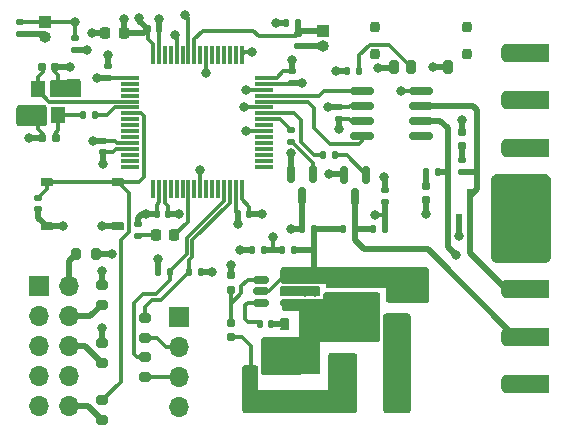
<source format=gbr>
%TF.GenerationSoftware,KiCad,Pcbnew,(6.0.8)*%
%TF.CreationDate,2022-10-31T19:22:44+01:00*%
%TF.ProjectId,stm_v3,73746d5f-7633-42e6-9b69-6361645f7063,rev?*%
%TF.SameCoordinates,Original*%
%TF.FileFunction,Copper,L1,Top*%
%TF.FilePolarity,Positive*%
%FSLAX46Y46*%
G04 Gerber Fmt 4.6, Leading zero omitted, Abs format (unit mm)*
G04 Created by KiCad (PCBNEW (6.0.8)) date 2022-10-31 19:22:44*
%MOMM*%
%LPD*%
G01*
G04 APERTURE LIST*
G04 Aperture macros list*
%AMRoundRect*
0 Rectangle with rounded corners*
0 $1 Rounding radius*
0 $2 $3 $4 $5 $6 $7 $8 $9 X,Y pos of 4 corners*
0 Add a 4 corners polygon primitive as box body*
4,1,4,$2,$3,$4,$5,$6,$7,$8,$9,$2,$3,0*
0 Add four circle primitives for the rounded corners*
1,1,$1+$1,$2,$3*
1,1,$1+$1,$4,$5*
1,1,$1+$1,$6,$7*
1,1,$1+$1,$8,$9*
0 Add four rect primitives between the rounded corners*
20,1,$1+$1,$2,$3,$4,$5,0*
20,1,$1+$1,$4,$5,$6,$7,0*
20,1,$1+$1,$6,$7,$8,$9,0*
20,1,$1+$1,$8,$9,$2,$3,0*%
%AMFreePoly0*
4,1,15,-0.750000,1.625000,-0.734371,1.732133,-0.680293,1.842764,-0.593296,1.929913,-0.482760,1.984183,-0.375000,2.000000,0.375000,2.000000,0.482133,1.984371,0.592764,1.930293,0.679913,1.843296,0.734183,1.732760,0.750000,1.625000,0.750000,-2.000000,-0.750000,-2.000000,-0.750000,1.625000,-0.750000,1.625000,$1*%
G04 Aperture macros list end*
%TA.AperFunction,SMDPad,CuDef*%
%ADD10RoundRect,0.112500X0.387500X0.262500X-0.387500X0.262500X-0.387500X-0.262500X0.387500X-0.262500X0*%
%TD*%
%TA.AperFunction,SMDPad,CuDef*%
%ADD11RoundRect,0.140000X0.140000X0.170000X-0.140000X0.170000X-0.140000X-0.170000X0.140000X-0.170000X0*%
%TD*%
%TA.AperFunction,SMDPad,CuDef*%
%ADD12RoundRect,0.155000X-0.212500X-0.155000X0.212500X-0.155000X0.212500X0.155000X-0.212500X0.155000X0*%
%TD*%
%TA.AperFunction,ComponentPad*%
%ADD13R,1.000000X1.000000*%
%TD*%
%TA.AperFunction,ComponentPad*%
%ADD14O,1.000000X1.000000*%
%TD*%
%TA.AperFunction,SMDPad,CuDef*%
%ADD15RoundRect,0.200000X-0.200000X-0.275000X0.200000X-0.275000X0.200000X0.275000X-0.200000X0.275000X0*%
%TD*%
%TA.AperFunction,SMDPad,CuDef*%
%ADD16R,1.200000X1.400000*%
%TD*%
%TA.AperFunction,SMDPad,CuDef*%
%ADD17RoundRect,0.155000X0.212500X0.155000X-0.212500X0.155000X-0.212500X-0.155000X0.212500X-0.155000X0*%
%TD*%
%TA.AperFunction,SMDPad,CuDef*%
%ADD18RoundRect,0.140000X-0.140000X-0.170000X0.140000X-0.170000X0.140000X0.170000X-0.140000X0.170000X0*%
%TD*%
%TA.AperFunction,SMDPad,CuDef*%
%ADD19RoundRect,0.218750X-0.218750X-0.256250X0.218750X-0.256250X0.218750X0.256250X-0.218750X0.256250X0*%
%TD*%
%TA.AperFunction,SMDPad,CuDef*%
%ADD20RoundRect,0.135000X0.135000X0.185000X-0.135000X0.185000X-0.135000X-0.185000X0.135000X-0.185000X0*%
%TD*%
%TA.AperFunction,SMDPad,CuDef*%
%ADD21RoundRect,0.140000X0.170000X-0.140000X0.170000X0.140000X-0.170000X0.140000X-0.170000X-0.140000X0*%
%TD*%
%TA.AperFunction,SMDPad,CuDef*%
%ADD22RoundRect,0.140000X-0.170000X0.140000X-0.170000X-0.140000X0.170000X-0.140000X0.170000X0.140000X0*%
%TD*%
%TA.AperFunction,SMDPad,CuDef*%
%ADD23RoundRect,0.225000X0.225000X0.250000X-0.225000X0.250000X-0.225000X-0.250000X0.225000X-0.250000X0*%
%TD*%
%TA.AperFunction,SMDPad,CuDef*%
%ADD24RoundRect,0.135000X-0.135000X-0.185000X0.135000X-0.185000X0.135000X0.185000X-0.135000X0.185000X0*%
%TD*%
%TA.AperFunction,ConnectorPad*%
%ADD25FreePoly0,90.000000*%
%TD*%
%TA.AperFunction,SMDPad,CuDef*%
%ADD26RoundRect,0.200000X0.275000X-0.200000X0.275000X0.200000X-0.275000X0.200000X-0.275000X-0.200000X0*%
%TD*%
%TA.AperFunction,SMDPad,CuDef*%
%ADD27RoundRect,0.135000X0.185000X-0.135000X0.185000X0.135000X-0.185000X0.135000X-0.185000X-0.135000X0*%
%TD*%
%TA.AperFunction,SMDPad,CuDef*%
%ADD28RoundRect,0.155000X0.155000X-0.212500X0.155000X0.212500X-0.155000X0.212500X-0.155000X-0.212500X0*%
%TD*%
%TA.AperFunction,SMDPad,CuDef*%
%ADD29RoundRect,0.250000X0.650000X-0.325000X0.650000X0.325000X-0.650000X0.325000X-0.650000X-0.325000X0*%
%TD*%
%TA.AperFunction,SMDPad,CuDef*%
%ADD30RoundRect,0.135000X-0.185000X0.135000X-0.185000X-0.135000X0.185000X-0.135000X0.185000X0.135000X0*%
%TD*%
%TA.AperFunction,SMDPad,CuDef*%
%ADD31RoundRect,0.525000X-0.525000X-2.025000X0.525000X-2.025000X0.525000X2.025000X-0.525000X2.025000X0*%
%TD*%
%TA.AperFunction,SMDPad,CuDef*%
%ADD32RoundRect,0.075000X-0.700000X-0.075000X0.700000X-0.075000X0.700000X0.075000X-0.700000X0.075000X0*%
%TD*%
%TA.AperFunction,SMDPad,CuDef*%
%ADD33RoundRect,0.075000X-0.075000X-0.700000X0.075000X-0.700000X0.075000X0.700000X-0.075000X0.700000X0*%
%TD*%
%TA.AperFunction,SMDPad,CuDef*%
%ADD34RoundRect,0.200000X0.200000X0.250000X-0.200000X0.250000X-0.200000X-0.250000X0.200000X-0.250000X0*%
%TD*%
%TA.AperFunction,SMDPad,CuDef*%
%ADD35RoundRect,0.200000X0.200000X0.375000X-0.200000X0.375000X-0.200000X-0.375000X0.200000X-0.375000X0*%
%TD*%
%TA.AperFunction,ComponentPad*%
%ADD36R,1.700000X1.700000*%
%TD*%
%TA.AperFunction,ComponentPad*%
%ADD37O,1.700000X1.700000*%
%TD*%
%TA.AperFunction,SMDPad,CuDef*%
%ADD38RoundRect,0.225000X-0.250000X0.225000X-0.250000X-0.225000X0.250000X-0.225000X0.250000X0.225000X0*%
%TD*%
%TA.AperFunction,SMDPad,CuDef*%
%ADD39RoundRect,0.150000X-0.150000X0.587500X-0.150000X-0.587500X0.150000X-0.587500X0.150000X0.587500X0*%
%TD*%
%TA.AperFunction,SMDPad,CuDef*%
%ADD40RoundRect,0.155000X-0.155000X0.212500X-0.155000X-0.212500X0.155000X-0.212500X0.155000X0.212500X0*%
%TD*%
%TA.AperFunction,SMDPad,CuDef*%
%ADD41RoundRect,0.200000X-0.275000X0.200000X-0.275000X-0.200000X0.275000X-0.200000X0.275000X0.200000X0*%
%TD*%
%TA.AperFunction,SMDPad,CuDef*%
%ADD42RoundRect,0.150000X0.512500X0.150000X-0.512500X0.150000X-0.512500X-0.150000X0.512500X-0.150000X0*%
%TD*%
%TA.AperFunction,SMDPad,CuDef*%
%ADD43RoundRect,0.160000X0.160000X-0.197500X0.160000X0.197500X-0.160000X0.197500X-0.160000X-0.197500X0*%
%TD*%
%TA.AperFunction,SMDPad,CuDef*%
%ADD44R,0.600000X1.300000*%
%TD*%
%TA.AperFunction,SMDPad,CuDef*%
%ADD45RoundRect,0.150000X-0.825000X-0.150000X0.825000X-0.150000X0.825000X0.150000X-0.825000X0.150000X0*%
%TD*%
%TA.AperFunction,ViaPad*%
%ADD46C,0.800000*%
%TD*%
%TA.AperFunction,Conductor*%
%ADD47C,0.500000*%
%TD*%
%TA.AperFunction,Conductor*%
%ADD48C,0.300000*%
%TD*%
G04 APERTURE END LIST*
D10*
%TO.P,SW1,1,1*%
%TO.N,GND*%
X140580000Y-86975000D03*
X146580000Y-86975000D03*
%TO.P,SW1,2,2*%
%TO.N,NRST*%
X146580000Y-83225000D03*
X140580000Y-83225000D03*
%TD*%
D11*
%TO.P,C3,1*%
%TO.N,+3.3V*%
X157697500Y-85905000D03*
%TO.P,C3,2*%
%TO.N,GND*%
X156737500Y-85905000D03*
%TD*%
D12*
%TO.P,C8,1*%
%TO.N,HSE_IN*%
X140140000Y-73505000D03*
%TO.P,C8,2*%
%TO.N,GND*%
X141275000Y-73505000D03*
%TD*%
D13*
%TO.P,SW3,1,1*%
%TO.N,LCD_BTN*%
X163945000Y-70400000D03*
D14*
%TO.P,SW3,2,2*%
%TO.N,GND*%
X163945000Y-71670000D03*
%TD*%
D15*
%TO.P,R7,1*%
%TO.N,/Connectors/SW_DIO*%
X143075000Y-89345000D03*
%TO.P,R7,2*%
%TO.N,SWDIO*%
X144725000Y-89345000D03*
%TD*%
D16*
%TO.P,Y1,1,1*%
%TO.N,HSE_IN*%
X139847500Y-75355000D03*
%TO.P,Y1,2,2*%
%TO.N,GND*%
X139847500Y-77555000D03*
%TO.P,Y1,3,3*%
%TO.N,/HSE_O*%
X141547500Y-77555000D03*
%TO.P,Y1,4,4*%
%TO.N,GND*%
X141547500Y-75355000D03*
%TD*%
D17*
%TO.P,C9,1*%
%TO.N,/HSE_O*%
X141325000Y-79505000D03*
%TO.P,C9,2*%
%TO.N,GND*%
X140190000Y-79505000D03*
%TD*%
D18*
%TO.P,C5,1*%
%TO.N,+3.3V*%
X149107500Y-70285000D03*
%TO.P,C5,2*%
%TO.N,GND*%
X150067500Y-70285000D03*
%TD*%
D19*
%TO.P,D2,1,K*%
%TO.N,Net-(D2-Pad1)*%
X149810000Y-87745000D03*
%TO.P,D2,2,A*%
%TO.N,LED*%
X151385000Y-87745000D03*
%TD*%
D20*
%TO.P,R22,1*%
%TO.N,+12V*%
X161540000Y-89015000D03*
%TO.P,R22,2*%
%TO.N,BAT_V*%
X160520000Y-89015000D03*
%TD*%
D21*
%TO.P,C21,1*%
%TO.N,GND*%
X138340000Y-70650000D03*
%TO.P,C21,2*%
%TO.N,MENU_BTN*%
X138340000Y-69690000D03*
%TD*%
D22*
%TO.P,C16,1*%
%TO.N,+12V*%
X164850000Y-91885000D03*
%TO.P,C16,2*%
%TO.N,GND*%
X164850000Y-92845000D03*
%TD*%
D23*
%TO.P,C1,1*%
%TO.N,+3.3V*%
X147085000Y-70570000D03*
%TO.P,C1,2*%
%TO.N,GND*%
X145535000Y-70570000D03*
%TD*%
D24*
%TO.P,R4,1*%
%TO.N,BOOT0*%
X166011298Y-73787611D03*
%TO.P,R4,2*%
%TO.N,/B_0*%
X167031298Y-73787611D03*
%TD*%
D25*
%TO.P,J3,1,NC*%
%TO.N,unconnected-(J3-Pad1)*%
X181050000Y-72300000D03*
%TO.P,J3,2,J1850_BUS+*%
%TO.N,unconnected-(J3-Pad2)*%
X181050000Y-76300000D03*
%TO.P,J3,3,NC*%
%TO.N,unconnected-(J3-Pad3)*%
X181050000Y-80300000D03*
%TO.P,J3,4,GND*%
%TO.N,GND*%
X181050000Y-84300000D03*
%TO.P,J3,5,GND*%
X181050000Y-88300000D03*
%TO.P,J3,6,CAN_H*%
%TO.N,CAN_H*%
X181050000Y-92300000D03*
%TO.P,J3,7,K_Line*%
%TO.N,ISO_K*%
X181050000Y-96300000D03*
%TO.P,J3,8,NC*%
%TO.N,unconnected-(J3-Pad8)*%
X181050000Y-100300000D03*
%TD*%
D26*
%TO.P,R8,1*%
%TO.N,/Connectors/SW_CLK*%
X145220000Y-93620000D03*
%TO.P,R8,2*%
%TO.N,SWCLK*%
X145220000Y-91970000D03*
%TD*%
D27*
%TO.P,R2,1*%
%TO.N,CAN_H*%
X175740000Y-82375000D03*
%TO.P,R2,2*%
%TO.N,Net-(C13-Pad1)*%
X175740000Y-81355000D03*
%TD*%
D21*
%TO.P,C20,1*%
%TO.N,GND*%
X161855000Y-71659999D03*
%TO.P,C20,2*%
%TO.N,LCD_BTN*%
X161855000Y-70699999D03*
%TD*%
D26*
%TO.P,R9,1*%
%TO.N,/Connectors/SW_O*%
X145220000Y-98510000D03*
%TO.P,R9,2*%
%TO.N,SWO*%
X145220000Y-96860000D03*
%TD*%
D24*
%TO.P,R11,1*%
%TO.N,+3.3V*%
X149970000Y-90840000D03*
%TO.P,R11,2*%
%TO.N,OLED_SCL*%
X150990000Y-90840000D03*
%TD*%
%TO.P,R19,1*%
%TO.N,KLine_TX*%
X163930000Y-80920000D03*
%TO.P,R19,2*%
%TO.N,Net-(Q2-Pad1)*%
X164950000Y-80920000D03*
%TD*%
D28*
%TO.P,C13,1*%
%TO.N,Net-(C13-Pad1)*%
X175740000Y-80152500D03*
%TO.P,C13,2*%
%TO.N,GND*%
X175740000Y-79017500D03*
%TD*%
D29*
%TO.P,C18,1*%
%TO.N,+3.3V*%
X162570000Y-101690000D03*
%TO.P,C18,2*%
%TO.N,GND*%
X162570000Y-98740000D03*
%TD*%
D24*
%TO.P,R20,1*%
%TO.N,ISO_K*%
X168160000Y-87225000D03*
%TO.P,R20,2*%
%TO.N,KLine_RX*%
X169180000Y-87225000D03*
%TD*%
D30*
%TO.P,R21,1*%
%TO.N,GND*%
X169170000Y-83915000D03*
%TO.P,R21,2*%
%TO.N,KLine_RX*%
X169170000Y-84935000D03*
%TD*%
D24*
%TO.P,R17,1*%
%TO.N,+12V*%
X165640000Y-87225000D03*
%TO.P,R17,2*%
%TO.N,ISO_K*%
X166660000Y-87225000D03*
%TD*%
%TO.P,R24,1*%
%TO.N,+3.3V*%
X160835000Y-69729999D03*
%TO.P,R24,2*%
%TO.N,LCD_BTN*%
X161855000Y-69729999D03*
%TD*%
D31*
%TO.P,L1,1,1*%
%TO.N,/Power Supply/SW*%
X170150000Y-100250000D03*
%TO.P,L1,2,2*%
%TO.N,+3.3V*%
X165750000Y-100250000D03*
%TD*%
D20*
%TO.P,R12,1*%
%TO.N,+3.3V*%
X153620000Y-90820000D03*
%TO.P,R12,2*%
%TO.N,OLED_SDA*%
X152600000Y-90820000D03*
%TD*%
D32*
%TO.P,U1,1,VBAT*%
%TO.N,+3.3V*%
X147642500Y-74405000D03*
%TO.P,U1,2,PC13*%
%TO.N,unconnected-(U1-Pad2)*%
X147642500Y-74905000D03*
%TO.P,U1,3,PC14*%
%TO.N,unconnected-(U1-Pad3)*%
X147642500Y-75405000D03*
%TO.P,U1,4,PC15*%
%TO.N,unconnected-(U1-Pad4)*%
X147642500Y-75905000D03*
%TO.P,U1,5,PH0*%
%TO.N,HSE_IN*%
X147642500Y-76405000D03*
%TO.P,U1,6,PH1*%
%TO.N,HSE_OUT*%
X147642500Y-76905000D03*
%TO.P,U1,7,NRST*%
%TO.N,NRST*%
X147642500Y-77405000D03*
%TO.P,U1,8,PC0*%
%TO.N,unconnected-(U1-Pad8)*%
X147642500Y-77905000D03*
%TO.P,U1,9,PC1*%
%TO.N,unconnected-(U1-Pad9)*%
X147642500Y-78405000D03*
%TO.P,U1,10,PC2*%
%TO.N,unconnected-(U1-Pad10)*%
X147642500Y-78905000D03*
%TO.P,U1,11,PC3*%
%TO.N,unconnected-(U1-Pad11)*%
X147642500Y-79405000D03*
%TO.P,U1,12,VSSA*%
%TO.N,GND*%
X147642500Y-79905000D03*
%TO.P,U1,13,VDDA*%
%TO.N,+3.3V*%
X147642500Y-80405000D03*
%TO.P,U1,14,PA0*%
%TO.N,unconnected-(U1-Pad14)*%
X147642500Y-80905000D03*
%TO.P,U1,15,PA1*%
%TO.N,unconnected-(U1-Pad15)*%
X147642500Y-81405000D03*
%TO.P,U1,16,PA2*%
%TO.N,unconnected-(U1-Pad16)*%
X147642500Y-81905000D03*
D33*
%TO.P,U1,17,PA3*%
%TO.N,unconnected-(U1-Pad17)*%
X149567500Y-83830000D03*
%TO.P,U1,18,VSS*%
%TO.N,GND*%
X150067500Y-83830000D03*
%TO.P,U1,19,VDD*%
%TO.N,+3.3V*%
X150567500Y-83830000D03*
%TO.P,U1,20,PA4*%
%TO.N,unconnected-(U1-Pad20)*%
X151067500Y-83830000D03*
%TO.P,U1,21,PA5*%
%TO.N,unconnected-(U1-Pad21)*%
X151567500Y-83830000D03*
%TO.P,U1,22,PA6*%
%TO.N,unconnected-(U1-Pad22)*%
X152067500Y-83830000D03*
%TO.P,U1,23,PA7*%
%TO.N,LED*%
X152567500Y-83830000D03*
%TO.P,U1,24,PC4*%
%TO.N,unconnected-(U1-Pad24)*%
X153067500Y-83830000D03*
%TO.P,U1,25,PC5*%
%TO.N,BAT_V*%
X153567500Y-83830000D03*
%TO.P,U1,26,PB0*%
%TO.N,unconnected-(U1-Pad26)*%
X154067500Y-83830000D03*
%TO.P,U1,27,PB1*%
%TO.N,unconnected-(U1-Pad27)*%
X154567500Y-83830000D03*
%TO.P,U1,28,PB2*%
%TO.N,unconnected-(U1-Pad28)*%
X155067500Y-83830000D03*
%TO.P,U1,29,PB10*%
%TO.N,OLED_SCL*%
X155567500Y-83830000D03*
%TO.P,U1,30,PB11*%
%TO.N,OLED_SDA*%
X156067500Y-83830000D03*
%TO.P,U1,31,VSS*%
%TO.N,GND*%
X156567500Y-83830000D03*
%TO.P,U1,32,VDD*%
%TO.N,+3.3V*%
X157067500Y-83830000D03*
D32*
%TO.P,U1,33,PB12*%
%TO.N,unconnected-(U1-Pad33)*%
X158992500Y-81905000D03*
%TO.P,U1,34,PB13*%
%TO.N,unconnected-(U1-Pad34)*%
X158992500Y-81405000D03*
%TO.P,U1,35,PB14*%
%TO.N,unconnected-(U1-Pad35)*%
X158992500Y-80905000D03*
%TO.P,U1,36,PB15*%
%TO.N,unconnected-(U1-Pad36)*%
X158992500Y-80405000D03*
%TO.P,U1,37,PC6*%
%TO.N,unconnected-(U1-Pad37)*%
X158992500Y-79905000D03*
%TO.P,U1,38,PC7*%
%TO.N,unconnected-(U1-Pad38)*%
X158992500Y-79405000D03*
%TO.P,U1,39,PC8*%
%TO.N,CAN_S*%
X158992500Y-78905000D03*
%TO.P,U1,40,PC9*%
%TO.N,unconnected-(U1-Pad40)*%
X158992500Y-78405000D03*
%TO.P,U1,41,PA8*%
%TO.N,LLine*%
X158992500Y-77905000D03*
%TO.P,U1,42,PA9*%
%TO.N,KLine_TX*%
X158992500Y-77405000D03*
%TO.P,U1,43,PA10*%
%TO.N,KLine_RX*%
X158992500Y-76905000D03*
%TO.P,U1,44,PA11*%
%TO.N,CAN_RX*%
X158992500Y-76405000D03*
%TO.P,U1,45,PA12*%
%TO.N,CAN_TX*%
X158992500Y-75905000D03*
%TO.P,U1,46,PA13*%
%TO.N,SWDIO*%
X158992500Y-75405000D03*
%TO.P,U1,47,VSS*%
%TO.N,GND*%
X158992500Y-74905000D03*
%TO.P,U1,48,VDD*%
%TO.N,+3.3V*%
X158992500Y-74405000D03*
D33*
%TO.P,U1,49,PA14*%
%TO.N,SWCLK*%
X157067500Y-72480000D03*
%TO.P,U1,50,PA15*%
%TO.N,unconnected-(U1-Pad50)*%
X156567500Y-72480000D03*
%TO.P,U1,51,PC10*%
%TO.N,unconnected-(U1-Pad51)*%
X156067500Y-72480000D03*
%TO.P,U1,52,PC11*%
%TO.N,unconnected-(U1-Pad52)*%
X155567500Y-72480000D03*
%TO.P,U1,53,PC12*%
%TO.N,unconnected-(U1-Pad53)*%
X155067500Y-72480000D03*
%TO.P,U1,54,PD2*%
%TO.N,unconnected-(U1-Pad54)*%
X154567500Y-72480000D03*
%TO.P,U1,55,PB3*%
%TO.N,SWO*%
X154067500Y-72480000D03*
%TO.P,U1,56,PB4*%
%TO.N,unconnected-(U1-Pad56)*%
X153567500Y-72480000D03*
%TO.P,U1,57,PB5*%
%TO.N,LCD_BTN*%
X153067500Y-72480000D03*
%TO.P,U1,58,PB6*%
%TO.N,MENU_BTN*%
X152567500Y-72480000D03*
%TO.P,U1,59,PB7*%
%TO.N,unconnected-(U1-Pad59)*%
X152067500Y-72480000D03*
%TO.P,U1,60,PH3*%
%TO.N,BOOT0*%
X151567500Y-72480000D03*
%TO.P,U1,61,PB8*%
%TO.N,unconnected-(U1-Pad61)*%
X151067500Y-72480000D03*
%TO.P,U1,62,PB9*%
%TO.N,unconnected-(U1-Pad62)*%
X150567500Y-72480000D03*
%TO.P,U1,63,VSS*%
%TO.N,GND*%
X150067500Y-72480000D03*
%TO.P,U1,64,VDD*%
%TO.N,+3.3V*%
X149567500Y-72480000D03*
%TD*%
D20*
%TO.P,R16,1*%
%TO.N,+12V*%
X163220000Y-87225000D03*
%TO.P,R16,2*%
%TO.N,ISO_L*%
X162200000Y-87225000D03*
%TD*%
D34*
%TO.P,SW2,*%
%TO.N,*%
X176138908Y-72400000D03*
X168338908Y-70100000D03*
X176138908Y-70100000D03*
X168338908Y-72400000D03*
D35*
%TO.P,SW2,1,A*%
%TO.N,GND*%
X174538908Y-73450000D03*
%TO.P,SW2,2,B*%
%TO.N,/B_0*%
X171438908Y-73450000D03*
%TO.P,SW2,3,C*%
%TO.N,+3.3V*%
X169938908Y-73450000D03*
%TD*%
D36*
%TO.P,J1,1,Pin_1*%
%TO.N,+3.3V*%
X151760000Y-94640000D03*
D37*
%TO.P,J1,2,Pin_2*%
%TO.N,/Connectors/SDA*%
X151760000Y-97180000D03*
%TO.P,J1,3,Pin_3*%
%TO.N,/Connectors/SCL*%
X151760000Y-99720000D03*
%TO.P,J1,4,Pin_4*%
%TO.N,GND*%
X151760000Y-102260000D03*
%TD*%
D29*
%TO.P,C19,1*%
%TO.N,+3.3V*%
X159930000Y-101700000D03*
%TO.P,C19,2*%
%TO.N,GND*%
X159930000Y-98750000D03*
%TD*%
D18*
%TO.P,C17,1*%
%TO.N,/Power Supply/BST*%
X158620000Y-95255000D03*
%TO.P,C17,2*%
%TO.N,/Power Supply/SW*%
X159580000Y-95255000D03*
%TD*%
D24*
%TO.P,R3,1*%
%TO.N,/HSE_O*%
X143647500Y-77555000D03*
%TO.P,R3,2*%
%TO.N,HSE_OUT*%
X144667500Y-77555000D03*
%TD*%
D21*
%TO.P,C11,1*%
%TO.N,+3.3V*%
X165310000Y-77850000D03*
%TO.P,C11,2*%
%TO.N,GND*%
X165310000Y-76890000D03*
%TD*%
D38*
%TO.P,C14,1*%
%TO.N,+12V*%
X166340000Y-91650000D03*
%TO.P,C14,2*%
%TO.N,GND*%
X166340000Y-93200000D03*
%TD*%
D39*
%TO.P,Q2,1,B*%
%TO.N,Net-(Q2-Pad1)*%
X167630000Y-82585000D03*
%TO.P,Q2,2,E*%
%TO.N,GND*%
X165730000Y-82585000D03*
%TO.P,Q2,3,C*%
%TO.N,ISO_K*%
X166680000Y-84460000D03*
%TD*%
D40*
%TO.P,C12,1*%
%TO.N,Net-(C12-Pad1)*%
X172657500Y-83567500D03*
%TO.P,C12,2*%
%TO.N,GND*%
X172657500Y-84702500D03*
%TD*%
D41*
%TO.P,R6,1*%
%TO.N,OLED_SCL*%
X148930000Y-98065000D03*
%TO.P,R6,2*%
%TO.N,/Connectors/SCL*%
X148930000Y-99715000D03*
%TD*%
D22*
%TO.P,C4,1*%
%TO.N,+3.3V*%
X161307500Y-73855000D03*
%TO.P,C4,2*%
%TO.N,GND*%
X161307500Y-74815000D03*
%TD*%
D30*
%TO.P,R18,1*%
%TO.N,LLine*%
X161217500Y-78805000D03*
%TO.P,R18,2*%
%TO.N,Net-(Q1-Pad1)*%
X161217500Y-79825000D03*
%TD*%
D39*
%TO.P,Q1,1,B*%
%TO.N,Net-(Q1-Pad1)*%
X163150000Y-82555000D03*
%TO.P,Q1,2,E*%
%TO.N,GND*%
X161250000Y-82555000D03*
%TO.P,Q1,3,C*%
%TO.N,ISO_L*%
X162200000Y-84430000D03*
%TD*%
D30*
%TO.P,R15,1*%
%TO.N,GND*%
X148277500Y-86735000D03*
%TO.P,R15,2*%
%TO.N,Net-(D2-Pad1)*%
X148277500Y-87755000D03*
%TD*%
D42*
%TO.P,U3,1,GND*%
%TO.N,GND*%
X161007500Y-93425000D03*
%TO.P,U3,2,SW*%
%TO.N,/Power Supply/SW*%
X161007500Y-92475000D03*
%TO.P,U3,3,VIN*%
%TO.N,+12V*%
X161007500Y-91525000D03*
%TO.P,U3,4,VFB*%
%TO.N,/Power Supply/FB*%
X158732500Y-91525000D03*
%TO.P,U3,5,EN*%
%TO.N,+12V*%
X158732500Y-92475000D03*
%TO.P,U3,6,VBST*%
%TO.N,/Power Supply/BST*%
X158732500Y-93425000D03*
%TD*%
D27*
%TO.P,R25,1*%
%TO.N,+3.3V*%
X142960000Y-72050000D03*
%TO.P,R25,2*%
%TO.N,MENU_BTN*%
X142960000Y-71030000D03*
%TD*%
D20*
%TO.P,R23,1*%
%TO.N,BAT_V*%
X158970000Y-89015000D03*
%TO.P,R23,2*%
%TO.N,GND*%
X157950000Y-89015000D03*
%TD*%
D22*
%TO.P,C10,1*%
%TO.N,NRST*%
X139850000Y-84560000D03*
%TO.P,C10,2*%
%TO.N,GND*%
X139850000Y-85520000D03*
%TD*%
D43*
%TO.P,R13,1*%
%TO.N,+3.3V*%
X156170000Y-96342500D03*
%TO.P,R13,2*%
%TO.N,/Power Supply/FB*%
X156170000Y-95147500D03*
%TD*%
D26*
%TO.P,R10,1*%
%TO.N,/Connectors/N_RST*%
X145220000Y-103360000D03*
%TO.P,R10,2*%
%TO.N,NRST*%
X145220000Y-101710000D03*
%TD*%
D20*
%TO.P,R1,1*%
%TO.N,CAN_L*%
X173680000Y-82335000D03*
%TO.P,R1,2*%
%TO.N,Net-(C12-Pad1)*%
X172660000Y-82335000D03*
%TD*%
D36*
%TO.P,J2,1,Pin_1*%
%TO.N,+3.3V*%
X139935000Y-92060000D03*
D37*
%TO.P,J2,2,Pin_2*%
%TO.N,/Connectors/SW_DIO*%
X142475000Y-92060000D03*
%TO.P,J2,3,Pin_3*%
%TO.N,GND*%
X139935000Y-94600000D03*
%TO.P,J2,4,Pin_4*%
%TO.N,/Connectors/SW_CLK*%
X142475000Y-94600000D03*
%TO.P,J2,5,Pin_5*%
%TO.N,GND*%
X139935000Y-97140000D03*
%TO.P,J2,6,Pin_6*%
%TO.N,/Connectors/SW_O*%
X142475000Y-97140000D03*
%TO.P,J2,7,Pin_7*%
%TO.N,unconnected-(J2-Pad7)*%
X139935000Y-99680000D03*
%TO.P,J2,8,Pin_8*%
%TO.N,unconnected-(J2-Pad8)*%
X142475000Y-99680000D03*
%TO.P,J2,9,Pin_9*%
%TO.N,GND*%
X139935000Y-102220000D03*
%TO.P,J2,10,Pin_10*%
%TO.N,/Connectors/N_RST*%
X142475000Y-102220000D03*
%TD*%
D44*
%TO.P,D1,1,C1*%
%TO.N,CAN_H*%
X176410000Y-84395000D03*
%TO.P,D1,2,C2*%
%TO.N,CAN_L*%
X174510000Y-84395000D03*
%TO.P,D1,3,C3*%
%TO.N,GND*%
X175460000Y-86495000D03*
%TD*%
D21*
%TO.P,C7,1*%
%TO.N,+3.3V*%
X145367500Y-80705000D03*
%TO.P,C7,2*%
%TO.N,GND*%
X145367500Y-79745000D03*
%TD*%
D13*
%TO.P,SW4,1,1*%
%TO.N,MENU_BTN*%
X140450000Y-69650000D03*
D14*
%TO.P,SW4,2,2*%
%TO.N,GND*%
X140450000Y-70920000D03*
%TD*%
D21*
%TO.P,C6,1*%
%TO.N,+3.3V*%
X145737500Y-74385000D03*
%TO.P,C6,2*%
%TO.N,GND*%
X145737500Y-73425000D03*
%TD*%
D45*
%TO.P,U2,1,D*%
%TO.N,CAN_TX*%
X167285000Y-75485000D03*
%TO.P,U2,2,GND*%
%TO.N,GND*%
X167285000Y-76755000D03*
%TO.P,U2,3,VCC*%
%TO.N,+3.3V*%
X167285000Y-78025000D03*
%TO.P,U2,4,R*%
%TO.N,CAN_RX*%
X167285000Y-79295000D03*
%TO.P,U2,5,Vref*%
%TO.N,unconnected-(U2-Pad5)*%
X172235000Y-79295000D03*
%TO.P,U2,6,CANL*%
%TO.N,CAN_L*%
X172235000Y-78025000D03*
%TO.P,U2,7,CANH*%
%TO.N,CAN_H*%
X172235000Y-76755000D03*
%TO.P,U2,8,Rs*%
%TO.N,CAN_S*%
X172235000Y-75485000D03*
%TD*%
D38*
%TO.P,C15,1*%
%TO.N,+12V*%
X168160000Y-91660000D03*
%TO.P,C15,2*%
%TO.N,GND*%
X168160000Y-93210000D03*
%TD*%
D43*
%TO.P,R14,1*%
%TO.N,/Power Supply/FB*%
X156170000Y-92322500D03*
%TO.P,R14,2*%
%TO.N,GND*%
X156170000Y-91127500D03*
%TD*%
D41*
%TO.P,R5,1*%
%TO.N,OLED_SDA*%
X148930000Y-94755000D03*
%TO.P,R5,2*%
%TO.N,/Connectors/SDA*%
X148930000Y-96405000D03*
%TD*%
D11*
%TO.P,C2,1*%
%TO.N,+3.3V*%
X150847500Y-85915000D03*
%TO.P,C2,2*%
%TO.N,GND*%
X149887500Y-85915000D03*
%TD*%
D46*
%TO.N,+3.3V*%
X154590000Y-90800000D03*
X158757500Y-85905000D03*
X160005000Y-69729999D03*
X144020000Y-72040000D03*
X151807500Y-85905000D03*
X161307500Y-72885000D03*
X168658908Y-73530000D03*
X157840000Y-101155000D03*
X145357500Y-81655000D03*
X144787500Y-74405000D03*
X157840000Y-102055000D03*
X157860000Y-100175000D03*
X157860000Y-99275000D03*
X165310000Y-78690000D03*
X147080000Y-69380000D03*
X148407500Y-69305000D03*
X149960000Y-89750000D03*
%TO.N,GND*%
X175460000Y-87795000D03*
X164410000Y-76880000D03*
X175760000Y-77935000D03*
X156160000Y-90245000D03*
X145787500Y-72505000D03*
X161250000Y-80802500D03*
X139097500Y-79505000D03*
X161960000Y-97445000D03*
X164630000Y-94455000D03*
X162470000Y-94105000D03*
X168280000Y-94455000D03*
X141910000Y-86970000D03*
X142510000Y-73510000D03*
X149007500Y-85905000D03*
X162207500Y-74855000D03*
X180490000Y-86300000D03*
X156757500Y-86805000D03*
X145260000Y-86970000D03*
X167330000Y-94455000D03*
X162960000Y-97445000D03*
X159410000Y-97395000D03*
X142857500Y-75305000D03*
X166430000Y-94455000D03*
X156910000Y-89015000D03*
X181740000Y-86300000D03*
X144430000Y-70580000D03*
X173308908Y-73490000D03*
X144457500Y-79755000D03*
X160410000Y-97395000D03*
X179190000Y-86300000D03*
X169160000Y-82795000D03*
X138507500Y-77605000D03*
X150057500Y-69405000D03*
X164460000Y-82560000D03*
X165530000Y-94455000D03*
X172657500Y-85915000D03*
%TO.N,+12V*%
X172230000Y-92575000D03*
X172230000Y-91305000D03*
%TO.N,CAN_L*%
X175200000Y-89415000D03*
%TO.N,ISO_L*%
X161270000Y-87215000D03*
%TO.N,BOOT0*%
X151400000Y-70770000D03*
X165031298Y-73787611D03*
%TO.N,SWDIO*%
X157477500Y-75405000D03*
X146070000Y-89335000D03*
%TO.N,SWCLK*%
X145220000Y-90735000D03*
X157967500Y-72205000D03*
%TO.N,SWO*%
X154057500Y-73955000D03*
X145220000Y-95565000D03*
%TO.N,BAT_V*%
X153557500Y-82175000D03*
X159710000Y-87895000D03*
%TO.N,CAN_S*%
X170570000Y-75490000D03*
X157417500Y-78915000D03*
%TO.N,/Power Supply/SW*%
X162420000Y-92505000D03*
X169730000Y-96165000D03*
X160670000Y-95235000D03*
X163320000Y-92505000D03*
X169730000Y-95025000D03*
X170730000Y-96165000D03*
X170730000Y-95025000D03*
%TO.N,MENU_BTN*%
X152300000Y-69100000D03*
X142950000Y-69660000D03*
%TO.N,KLine_RX*%
X157307500Y-76905000D03*
X168330500Y-85985000D03*
%TD*%
D47*
%TO.N,+3.3V*%
X145717500Y-74405000D02*
X145737500Y-74385000D01*
D48*
X157067500Y-84665000D02*
X157697500Y-85295000D01*
D47*
X144010000Y-72050000D02*
X142960000Y-72050000D01*
D48*
X167285000Y-78025000D02*
X166325000Y-78025000D01*
X166150000Y-77850000D02*
X165310000Y-77850000D01*
D47*
X147080000Y-69380000D02*
X147080000Y-70565000D01*
X147085000Y-70570000D02*
X148822500Y-70570000D01*
D48*
X157860000Y-97075000D02*
X157860000Y-99275000D01*
X150847500Y-85245000D02*
X150847500Y-85915000D01*
X150567500Y-83830000D02*
X150567500Y-84965000D01*
X147642500Y-80405000D02*
X146457500Y-80405000D01*
X157067500Y-83830000D02*
X157067500Y-84665000D01*
D47*
X149960000Y-89750000D02*
X149960000Y-90830000D01*
X168658908Y-73530000D02*
X169858908Y-73530000D01*
D48*
X160057500Y-74405000D02*
X160607500Y-73855000D01*
D47*
X149960000Y-90830000D02*
X149970000Y-90840000D01*
X154590000Y-90800000D02*
X153640000Y-90800000D01*
D48*
X149567500Y-72480000D02*
X149567500Y-71565000D01*
X149567500Y-71565000D02*
X149107500Y-71105000D01*
X157127500Y-96342500D02*
X157860000Y-97075000D01*
X146157500Y-80705000D02*
X145367500Y-80705000D01*
X166325000Y-78025000D02*
X166150000Y-77850000D01*
X147642500Y-74405000D02*
X145757500Y-74405000D01*
X150567500Y-84965000D02*
X150847500Y-85245000D01*
X156170000Y-96342500D02*
X157127500Y-96342500D01*
D47*
X151807500Y-85905000D02*
X150857500Y-85905000D01*
X161307500Y-72905000D02*
X161307500Y-73855000D01*
X165310000Y-78690000D02*
X165310000Y-77850000D01*
X145357500Y-80715000D02*
X145367500Y-80705000D01*
X145357500Y-81655000D02*
X145357500Y-80715000D01*
D48*
X146457500Y-80405000D02*
X146157500Y-80705000D01*
D47*
X144020000Y-72040000D02*
X144010000Y-72050000D01*
D48*
X149107500Y-71105000D02*
X149107500Y-70285000D01*
D47*
X160005000Y-69729999D02*
X160835000Y-69729999D01*
X148407500Y-69305000D02*
X148407500Y-69585000D01*
X153640000Y-90800000D02*
X153620000Y-90820000D01*
X158757500Y-85905000D02*
X157697500Y-85905000D01*
X148822500Y-70570000D02*
X149107500Y-70285000D01*
X148407500Y-69585000D02*
X149107500Y-70285000D01*
D48*
X158992500Y-74405000D02*
X160057500Y-74405000D01*
X145757500Y-74405000D02*
X145737500Y-74385000D01*
D47*
X144787500Y-74405000D02*
X145717500Y-74405000D01*
X150857500Y-85905000D02*
X150847500Y-85915000D01*
D48*
X160607500Y-73855000D02*
X161307500Y-73855000D01*
X157697500Y-85295000D02*
X157697500Y-85905000D01*
%TO.N,GND*%
X150067500Y-84945000D02*
X149887500Y-85125000D01*
D47*
X173308908Y-73490000D02*
X174498908Y-73490000D01*
X142505000Y-73505000D02*
X141187500Y-73505000D01*
D48*
X140277500Y-79175000D02*
X139847500Y-78745000D01*
X158992500Y-74905000D02*
X161217500Y-74905000D01*
X146347500Y-79745000D02*
X145367500Y-79745000D01*
D47*
X145260000Y-86970000D02*
X146575000Y-86970000D01*
X140585000Y-86970000D02*
X140580000Y-86975000D01*
D48*
X161217500Y-74905000D02*
X161307500Y-74815000D01*
D47*
X156757500Y-86805000D02*
X156757500Y-85925000D01*
X149007500Y-85905000D02*
X149877500Y-85905000D01*
X161250000Y-82555000D02*
X161250000Y-80802500D01*
X163934999Y-71659999D02*
X163945000Y-71670000D01*
X145787500Y-72505000D02*
X145787500Y-73375000D01*
X145787500Y-73375000D02*
X145737500Y-73425000D01*
X172657500Y-84702500D02*
X172657500Y-85915000D01*
X139850000Y-86245000D02*
X140580000Y-86975000D01*
X164410000Y-76890000D02*
X165310000Y-76890000D01*
X165705000Y-82560000D02*
X165730000Y-82585000D01*
D48*
X141187500Y-73505000D02*
X141187500Y-73835000D01*
D47*
X139097500Y-79505000D02*
X140277500Y-79505000D01*
X148597500Y-85905000D02*
X148277500Y-86225000D01*
X138590000Y-70650000D02*
X140450000Y-70650000D01*
D48*
X140277500Y-79505000D02*
X140277500Y-79175000D01*
D47*
X142510000Y-73510000D02*
X142505000Y-73505000D01*
D48*
X150067500Y-72480000D02*
X150067500Y-70285000D01*
D47*
X144430000Y-70580000D02*
X145525000Y-70580000D01*
D48*
X141547500Y-74195000D02*
X141547500Y-75355000D01*
X139847500Y-78745000D02*
X139847500Y-77555000D01*
X156567500Y-83830000D02*
X156567500Y-85735000D01*
X146507500Y-79905000D02*
X146347500Y-79745000D01*
D47*
X169170000Y-83915000D02*
X169170000Y-82805000D01*
X169170000Y-82805000D02*
X169160000Y-82795000D01*
X150057500Y-70275000D02*
X150067500Y-70285000D01*
X145357500Y-79755000D02*
X145367500Y-79745000D01*
X141910000Y-86970000D02*
X140585000Y-86970000D01*
X148277500Y-86225000D02*
X148277500Y-86735000D01*
X164460000Y-82560000D02*
X165705000Y-82560000D01*
X161347500Y-74855000D02*
X161307500Y-74815000D01*
D48*
X150067500Y-83830000D02*
X150067500Y-84945000D01*
X166120000Y-76890000D02*
X165310000Y-76890000D01*
D47*
X175760000Y-79017500D02*
X175760000Y-77935000D01*
D48*
X166255000Y-76755000D02*
X166120000Y-76890000D01*
D47*
X144457500Y-79755000D02*
X145357500Y-79755000D01*
X146575000Y-86970000D02*
X146580000Y-86975000D01*
D48*
X149887500Y-85125000D02*
X149887500Y-85915000D01*
D47*
X148287499Y-86715000D02*
X148297500Y-86725001D01*
D48*
X167285000Y-76755000D02*
X166255000Y-76755000D01*
D47*
X175460000Y-87795000D02*
X175460000Y-86495000D01*
X157950000Y-89015000D02*
X156910000Y-89015000D01*
X162207500Y-74855000D02*
X161347500Y-74855000D01*
X156757500Y-85925000D02*
X156737500Y-85905000D01*
X161855000Y-71659999D02*
X163934999Y-71659999D01*
X139850000Y-85520000D02*
X139850000Y-86245000D01*
X149007500Y-85905000D02*
X148597500Y-85905000D01*
X150057500Y-69405000D02*
X150057500Y-70275000D01*
D48*
X156567500Y-85735000D02*
X156737500Y-85905000D01*
X141187500Y-73835000D02*
X141547500Y-74195000D01*
X147642500Y-79905000D02*
X146507500Y-79905000D01*
D47*
X149877500Y-85905000D02*
X149887500Y-85915000D01*
X156160000Y-90245000D02*
X156160000Y-91205000D01*
D48*
%TO.N,HSE_IN*%
X139847500Y-75455000D02*
X139847500Y-75355000D01*
X147942500Y-76405000D02*
X140797500Y-76405000D01*
X140797500Y-76405000D02*
X139847500Y-75455000D01*
X140227500Y-73935000D02*
X139847500Y-74315000D01*
X139847500Y-74315000D02*
X139847500Y-75355000D01*
X140227500Y-73505000D02*
X140227500Y-73935000D01*
%TO.N,NRST*%
X146820000Y-100110000D02*
X146820000Y-88140000D01*
X145220000Y-101710000D02*
X146820000Y-100110000D01*
X148770000Y-77656459D02*
X148770000Y-82810000D01*
X147530000Y-87430000D02*
X147530000Y-84175000D01*
X140580000Y-83830000D02*
X139850000Y-84560000D01*
X148518541Y-77405000D02*
X148770000Y-77656459D01*
X146580000Y-83225000D02*
X140580000Y-83225000D01*
X147530000Y-84175000D02*
X146580000Y-83225000D01*
X146820000Y-88140000D02*
X147530000Y-87430000D01*
X147642500Y-77405000D02*
X148518541Y-77405000D01*
X140580000Y-83225000D02*
X140580000Y-83830000D01*
X148355000Y-83225000D02*
X146580000Y-83225000D01*
X148770000Y-82810000D02*
X148355000Y-83225000D01*
D47*
%TO.N,+12V*%
X163220000Y-87225000D02*
X163220000Y-88915000D01*
X163120000Y-89015000D02*
X163220000Y-88915000D01*
D48*
X159350000Y-92475000D02*
X160300000Y-91525000D01*
D47*
X165640000Y-87225000D02*
X163220000Y-87225000D01*
D48*
X160300000Y-91525000D02*
X161007500Y-91525000D01*
X158732500Y-92475000D02*
X159350000Y-92475000D01*
D47*
X163220000Y-88915000D02*
X163220000Y-90535000D01*
X161540000Y-89015000D02*
X163120000Y-89015000D01*
%TO.N,CAN_L*%
X174510000Y-88725000D02*
X175200000Y-89415000D01*
X174510000Y-82335000D02*
X174510000Y-78660000D01*
X173680000Y-82335000D02*
X174510000Y-82335000D01*
X174510000Y-84395000D02*
X174510000Y-82335000D01*
X172235000Y-78025000D02*
X173875000Y-78025000D01*
X174510000Y-84395000D02*
X174510000Y-88725000D01*
X174510000Y-78660000D02*
X173875000Y-78025000D01*
%TO.N,CAN_H*%
X181760000Y-92300000D02*
X179490000Y-92300000D01*
X176410000Y-84395000D02*
X177010000Y-83795000D01*
X176635000Y-76755000D02*
X172235000Y-76755000D01*
X177010000Y-83795000D02*
X177010000Y-77130000D01*
X176410000Y-89220000D02*
X176410000Y-84395000D01*
X175740000Y-82375000D02*
X176930000Y-82375000D01*
X179490000Y-92300000D02*
X176410000Y-89220000D01*
X177010000Y-77130000D02*
X176635000Y-76755000D01*
%TO.N,ISO_K*%
X172865000Y-88915000D02*
X167440000Y-88915000D01*
X166660000Y-88135000D02*
X166660000Y-87225000D01*
X167440000Y-88915000D02*
X166660000Y-88135000D01*
X166660000Y-87225000D02*
X166660000Y-84480000D01*
X168160000Y-87225000D02*
X166660000Y-87225000D01*
X180250000Y-96300000D02*
X172865000Y-88915000D01*
X181760000Y-96300000D02*
X180250000Y-96300000D01*
X166660000Y-84480000D02*
X166680000Y-84460000D01*
%TO.N,ISO_L*%
X162190000Y-87214999D02*
X162200001Y-87225000D01*
X162200000Y-84430000D02*
X162200000Y-87225000D01*
X161270000Y-87215000D02*
X162190000Y-87214999D01*
D48*
%TO.N,HSE_OUT*%
X144982500Y-77555000D02*
X145707500Y-77555000D01*
X146357500Y-76905000D02*
X147642500Y-76905000D01*
X145707500Y-77555000D02*
X146357500Y-76905000D01*
%TO.N,BOOT0*%
X151567500Y-70937500D02*
X151400000Y-70770000D01*
D47*
X166011298Y-73787611D02*
X165031298Y-73787611D01*
D48*
X151567500Y-72480000D02*
X151567500Y-70937500D01*
%TO.N,SWDIO*%
X157477500Y-75405000D02*
X158992500Y-75405000D01*
D47*
X144725000Y-89345000D02*
X146060000Y-89345000D01*
X146060000Y-89345000D02*
X146070000Y-89335000D01*
D48*
%TO.N,OLED_SDA*%
X156067500Y-85005000D02*
X152910000Y-88162500D01*
X148930000Y-94755000D02*
X148930000Y-93780000D01*
X152600000Y-89857106D02*
X152600000Y-90820000D01*
X149520000Y-93190000D02*
X150230000Y-93190000D01*
X152910000Y-89547106D02*
X152600000Y-89857106D01*
X150230000Y-93190000D02*
X152600000Y-90820000D01*
X156067500Y-83830000D02*
X156067500Y-85005000D01*
X152910000Y-88162500D02*
X152910000Y-89547106D01*
X148930000Y-93780000D02*
X149520000Y-93190000D01*
%TO.N,SWCLK*%
X157967500Y-72205000D02*
X157342500Y-72205000D01*
D47*
X145220000Y-91970000D02*
X145220000Y-90735000D01*
D48*
X157342500Y-72205000D02*
X157067500Y-72480000D01*
%TO.N,SWO*%
X154057500Y-73955000D02*
X154067500Y-73945000D01*
X154067500Y-73945000D02*
X154067500Y-72480000D01*
D47*
X145220000Y-96860000D02*
X145220000Y-95565000D01*
D48*
%TO.N,OLED_SCL*%
X155567500Y-84797894D02*
X152410000Y-87955394D01*
X148722893Y-92690000D02*
X149840000Y-92690000D01*
X148195000Y-98065000D02*
X147920000Y-97790000D01*
X155567500Y-83830000D02*
X155567500Y-84797894D01*
X152410000Y-87955394D02*
X152410000Y-89340000D01*
X147920000Y-93492893D02*
X148722893Y-92690000D01*
X149840000Y-92690000D02*
X150990000Y-91540000D01*
X148930000Y-98065000D02*
X148195000Y-98065000D01*
X150990000Y-90760000D02*
X150990000Y-90840000D01*
X152410000Y-89340000D02*
X150990000Y-90760000D01*
X150990000Y-91540000D02*
X150990000Y-90840000D01*
X147920000Y-97790000D02*
X147920000Y-93492893D01*
%TO.N,Net-(D2-Pad1)*%
X148287500Y-87745000D02*
X148277500Y-87755000D01*
X149810000Y-87745000D02*
X148287500Y-87745000D01*
%TO.N,BAT_V*%
X159710000Y-87895000D02*
X159710000Y-88915000D01*
D47*
X159810000Y-89015000D02*
X158970000Y-89015000D01*
X160520000Y-89015000D02*
X159810000Y-89015000D01*
D48*
X153567500Y-83830000D02*
X153567500Y-82185000D01*
%TO.N,CAN_S*%
X170570000Y-75490000D02*
X172230000Y-75490000D01*
X157427500Y-78905000D02*
X157417500Y-78915000D01*
X158992500Y-78905000D02*
X157427500Y-78905000D01*
%TO.N,Net-(Q1-Pad1)*%
X161217500Y-79825000D02*
X161375000Y-79825000D01*
X161375000Y-79825000D02*
X163150000Y-81600000D01*
X163150000Y-81600000D02*
X163150000Y-82555000D01*
%TO.N,Net-(Q2-Pad1)*%
X165965000Y-80920000D02*
X167630000Y-82585000D01*
X164950000Y-80920000D02*
X165965000Y-80920000D01*
%TO.N,LLine*%
X158992500Y-77905000D02*
X160317500Y-77905000D01*
X160317500Y-77905000D02*
X161217500Y-78805000D01*
%TO.N,CAN_RX*%
X162655000Y-76405000D02*
X158992500Y-76405000D01*
X163190000Y-76940000D02*
X162655000Y-76405000D01*
X167010000Y-80010000D02*
X164570000Y-80010000D01*
X167285000Y-79735000D02*
X167010000Y-80010000D01*
X167285000Y-79295000D02*
X167285000Y-79735000D01*
X163190000Y-78630000D02*
X163190000Y-76940000D01*
X164570000Y-80010000D02*
X163190000Y-78630000D01*
%TO.N,CAN_TX*%
X158992500Y-75905000D02*
X163615000Y-75905000D01*
X163615000Y-75905000D02*
X164035000Y-75485000D01*
X164035000Y-75485000D02*
X167285000Y-75485000D01*
%TO.N,LCD_BTN*%
X158060000Y-70410000D02*
X158500000Y-70850000D01*
X153770000Y-70410000D02*
X158060000Y-70410000D01*
X161704999Y-70850000D02*
X161855000Y-70699999D01*
X153067500Y-72480000D02*
X153067500Y-71112500D01*
D47*
X163945000Y-70400000D02*
X162154999Y-70400000D01*
X162154999Y-70400000D02*
X161855000Y-70699999D01*
D48*
X153067500Y-71112500D02*
X153770000Y-70410000D01*
D47*
X161855000Y-69729999D02*
X161855000Y-70699999D01*
D48*
X158500000Y-70850000D02*
X161704999Y-70850000D01*
%TO.N,/Power Supply/BST*%
X157370000Y-94855000D02*
X157590000Y-95075000D01*
X157600000Y-93425000D02*
X157370000Y-93655000D01*
X157590000Y-95075000D02*
X158620000Y-95075000D01*
X157600000Y-93425000D02*
X158732500Y-93425000D01*
X157370000Y-93655000D02*
X157370000Y-94855000D01*
%TO.N,/Power Supply/FB*%
X158732500Y-91525000D02*
X157580000Y-91525000D01*
X156170000Y-95235000D02*
X156170000Y-93535000D01*
X156170000Y-93535000D02*
X156170000Y-92235000D01*
X157060000Y-92645000D02*
X156170000Y-93535000D01*
X157580000Y-91525000D02*
X157060000Y-92045000D01*
X157060000Y-92045000D02*
X157060000Y-92645000D01*
%TO.N,MENU_BTN*%
X140460000Y-69660000D02*
X140450000Y-69650000D01*
X152567500Y-69367500D02*
X152567500Y-72480000D01*
X140450000Y-69650000D02*
X138630000Y-69650000D01*
X152300000Y-69100000D02*
X152567500Y-69367500D01*
X138630000Y-69650000D02*
X138590000Y-69690000D01*
X142950000Y-69660000D02*
X142950000Y-71020000D01*
X142950000Y-69660000D02*
X140460000Y-69660000D01*
%TO.N,LED*%
X152567500Y-83830000D02*
X152567500Y-86562500D01*
X152567500Y-86562500D02*
X151385000Y-87745000D01*
%TO.N,/B_0*%
X167911091Y-71600000D02*
X169588908Y-71600000D01*
X169588908Y-71600000D02*
X171438908Y-73450000D01*
X167031298Y-73787611D02*
X167031298Y-72479793D01*
X167031298Y-72479793D02*
X167911091Y-71600000D01*
%TO.N,/HSE_O*%
X143632500Y-77555000D02*
X141547500Y-77555000D01*
X141237500Y-79175000D02*
X141557500Y-78855000D01*
X141237500Y-79505000D02*
X141237500Y-79175000D01*
X141547500Y-78845000D02*
X141547500Y-77555000D01*
X141557500Y-78855000D02*
X141547500Y-78845000D01*
D47*
%TO.N,Net-(C12-Pad1)*%
X172660000Y-83565000D02*
X172657500Y-83567500D01*
X172660000Y-82335000D02*
X172660000Y-83565000D01*
%TO.N,Net-(C13-Pad1)*%
X175740000Y-81355000D02*
X175740000Y-80152500D01*
D48*
%TO.N,KLine_TX*%
X161530000Y-77405000D02*
X162070000Y-77945000D01*
X163177106Y-80920000D02*
X163930000Y-80920000D01*
X162070000Y-79812894D02*
X163177106Y-80920000D01*
X158992500Y-77405000D02*
X161530000Y-77405000D01*
X162070000Y-77945000D02*
X162070000Y-79812894D01*
%TO.N,KLine_RX*%
X169130000Y-85985000D02*
X169180000Y-85935000D01*
D47*
X169180000Y-85935000D02*
X169180000Y-84945000D01*
X169180000Y-87225000D02*
X169180000Y-85935000D01*
D48*
X168330500Y-85985000D02*
X169130000Y-85985000D01*
D47*
X169180000Y-84945000D02*
X169170000Y-84935000D01*
D48*
X158992500Y-76905000D02*
X157307500Y-76905000D01*
%TO.N,/Connectors/SDA*%
X150660000Y-97180000D02*
X149885000Y-96405000D01*
X149885000Y-96405000D02*
X148930000Y-96405000D01*
X151760000Y-97180000D02*
X150660000Y-97180000D01*
%TO.N,/Connectors/SCL*%
X148935000Y-99720000D02*
X148930000Y-99715000D01*
X151760000Y-99720000D02*
X148935000Y-99720000D01*
D47*
%TO.N,/Connectors/SW_DIO*%
X142475000Y-89945000D02*
X143075000Y-89345000D01*
X142475000Y-92060000D02*
X142475000Y-89945000D01*
%TO.N,/Connectors/SW_CLK*%
X144240000Y-94600000D02*
X145220000Y-93620000D01*
X142475000Y-94600000D02*
X144240000Y-94600000D01*
%TO.N,/Connectors/SW_O*%
X142475000Y-97140000D02*
X143850000Y-97140000D01*
X143850000Y-97140000D02*
X145220000Y-98510000D01*
%TO.N,/Connectors/N_RST*%
X144080000Y-102220000D02*
X145220000Y-103360000D01*
X142475000Y-102220000D02*
X144080000Y-102220000D01*
%TD*%
%TA.AperFunction,Conductor*%
%TO.N,GND*%
G36*
X182756434Y-82540847D02*
G01*
X182866487Y-82555336D01*
X182891451Y-82562025D01*
X182987957Y-82601999D01*
X183010339Y-82614921D01*
X183093213Y-82678513D01*
X183111487Y-82696787D01*
X183175079Y-82779661D01*
X183188001Y-82802043D01*
X183227975Y-82898549D01*
X183234664Y-82923513D01*
X183249153Y-83033566D01*
X183250000Y-83046488D01*
X183250000Y-89543512D01*
X183249153Y-89556434D01*
X183234664Y-89666487D01*
X183227975Y-89691451D01*
X183188001Y-89787957D01*
X183175079Y-89810339D01*
X183111487Y-89893213D01*
X183093213Y-89911487D01*
X183010339Y-89975079D01*
X182987957Y-89988001D01*
X182891451Y-90027975D01*
X182866487Y-90034664D01*
X182756434Y-90049153D01*
X182743512Y-90050000D01*
X178676488Y-90050000D01*
X178663566Y-90049153D01*
X178553513Y-90034664D01*
X178528549Y-90027975D01*
X178432043Y-89988001D01*
X178409661Y-89975079D01*
X178326787Y-89911487D01*
X178308513Y-89893213D01*
X178244921Y-89810339D01*
X178231999Y-89787957D01*
X178192025Y-89691451D01*
X178185336Y-89666487D01*
X178170847Y-89556434D01*
X178170000Y-89543512D01*
X178170000Y-83046488D01*
X178170847Y-83033566D01*
X178185336Y-82923513D01*
X178192025Y-82898549D01*
X178231999Y-82802043D01*
X178244921Y-82779661D01*
X178308513Y-82696787D01*
X178326787Y-82678513D01*
X178409661Y-82614921D01*
X178432043Y-82601999D01*
X178528549Y-82562025D01*
X178553513Y-82555336D01*
X178663566Y-82540847D01*
X178676488Y-82540000D01*
X182743512Y-82540000D01*
X182756434Y-82540847D01*
G37*
%TD.AperFunction*%
%TD*%
%TA.AperFunction,Conductor*%
%TO.N,GND*%
G36*
X140367061Y-76706902D02*
G01*
X140433856Y-76720188D01*
X140469544Y-76734970D01*
X140517903Y-76767282D01*
X140545218Y-76794597D01*
X140577530Y-76842956D01*
X140592312Y-76878644D01*
X140605598Y-76945439D01*
X140607500Y-76964752D01*
X140607500Y-78245248D01*
X140605598Y-78264561D01*
X140592312Y-78331356D01*
X140577530Y-78367044D01*
X140545218Y-78415403D01*
X140517903Y-78442718D01*
X140469544Y-78475030D01*
X140433856Y-78489812D01*
X140367061Y-78503098D01*
X140347748Y-78505000D01*
X138267252Y-78505000D01*
X138247939Y-78503098D01*
X138181144Y-78489812D01*
X138145456Y-78475030D01*
X138097097Y-78442718D01*
X138069782Y-78415403D01*
X138037470Y-78367044D01*
X138022688Y-78331356D01*
X138009402Y-78264561D01*
X138007500Y-78245248D01*
X138007500Y-76964752D01*
X138009402Y-76945439D01*
X138022688Y-76878644D01*
X138037470Y-76842956D01*
X138069782Y-76794597D01*
X138097097Y-76767282D01*
X138145456Y-76734970D01*
X138181144Y-76720188D01*
X138247939Y-76706902D01*
X138267252Y-76705000D01*
X140347748Y-76705000D01*
X140367061Y-76706902D01*
G37*
%TD.AperFunction*%
%TD*%
%TA.AperFunction,Conductor*%
%TO.N,/Power Supply/SW*%
G36*
X171139561Y-94336902D02*
G01*
X171206356Y-94350188D01*
X171242044Y-94364970D01*
X171290403Y-94397282D01*
X171317718Y-94424597D01*
X171350030Y-94472956D01*
X171364812Y-94508644D01*
X171378098Y-94575439D01*
X171380000Y-94594752D01*
X171380000Y-102515248D01*
X171378098Y-102534561D01*
X171364812Y-102601356D01*
X171350030Y-102637044D01*
X171317718Y-102685403D01*
X171290403Y-102712718D01*
X171242044Y-102745030D01*
X171206356Y-102759812D01*
X171139561Y-102773098D01*
X171120248Y-102775000D01*
X169319752Y-102775000D01*
X169300439Y-102773098D01*
X169233644Y-102759812D01*
X169197956Y-102745030D01*
X169149597Y-102712718D01*
X169122282Y-102685403D01*
X169089970Y-102637044D01*
X169075188Y-102601356D01*
X169061902Y-102534561D01*
X169060000Y-102515248D01*
X169060000Y-94594752D01*
X169061902Y-94575439D01*
X169075188Y-94508644D01*
X169089970Y-94472956D01*
X169122282Y-94424597D01*
X169149597Y-94397282D01*
X169197956Y-94364970D01*
X169233644Y-94350188D01*
X169300439Y-94336902D01*
X169319752Y-94335000D01*
X171120248Y-94335000D01*
X171139561Y-94336902D01*
G37*
%TD.AperFunction*%
%TD*%
%TA.AperFunction,Conductor*%
%TO.N,/Power Supply/SW*%
G36*
X161012121Y-94755002D02*
G01*
X161058614Y-94808658D01*
X161070000Y-94861000D01*
X161070000Y-95609000D01*
X161049998Y-95677121D01*
X160996342Y-95723614D01*
X160944000Y-95735000D01*
X160472546Y-95735000D01*
X160404425Y-95714998D01*
X160357932Y-95661342D01*
X160347828Y-95591068D01*
X160351549Y-95573846D01*
X160363313Y-95533356D01*
X160364768Y-95525391D01*
X160361948Y-95511969D01*
X160350487Y-95509000D01*
X159534500Y-95509000D01*
X159466379Y-95488998D01*
X159419886Y-95435342D01*
X159408500Y-95383000D01*
X159408500Y-95127000D01*
X159428502Y-95058879D01*
X159482158Y-95012386D01*
X159534500Y-95001000D01*
X160348424Y-95001000D01*
X160363219Y-94996656D01*
X160365063Y-94986225D01*
X160363312Y-94976641D01*
X160339928Y-94896153D01*
X160340131Y-94825157D01*
X160378684Y-94765541D01*
X160443349Y-94736232D01*
X160460925Y-94735000D01*
X160944000Y-94735000D01*
X161012121Y-94755002D01*
G37*
%TD.AperFunction*%
%TD*%
%TA.AperFunction,Conductor*%
%TO.N,/Power Supply/SW*%
G36*
X163679191Y-92073907D02*
G01*
X163715155Y-92123407D01*
X163720000Y-92154000D01*
X163720000Y-92806000D01*
X163701093Y-92864191D01*
X163651593Y-92900155D01*
X163621000Y-92905000D01*
X160419000Y-92905000D01*
X160360809Y-92886093D01*
X160324845Y-92836593D01*
X160320000Y-92806000D01*
X160320000Y-92154000D01*
X160338907Y-92095809D01*
X160388407Y-92059845D01*
X160419000Y-92055000D01*
X163621000Y-92055000D01*
X163679191Y-92073907D01*
G37*
%TD.AperFunction*%
%TD*%
%TA.AperFunction,Conductor*%
%TO.N,GND*%
G36*
X143217061Y-74456902D02*
G01*
X143283856Y-74470188D01*
X143319544Y-74484970D01*
X143367903Y-74517282D01*
X143395218Y-74544597D01*
X143427530Y-74592956D01*
X143442312Y-74628644D01*
X143455598Y-74695439D01*
X143457500Y-74714752D01*
X143457500Y-75945248D01*
X143455598Y-75964560D01*
X143453559Y-75974812D01*
X143423664Y-76028196D01*
X143368100Y-76053814D01*
X143356461Y-76054500D01*
X140983690Y-76054500D01*
X140925499Y-76035593D01*
X140913686Y-76025504D01*
X140894705Y-76006523D01*
X140867611Y-75955832D01*
X140859402Y-75914561D01*
X140857500Y-75895248D01*
X140857500Y-74814752D01*
X140859402Y-74795439D01*
X140872688Y-74728644D01*
X140887470Y-74692956D01*
X140919782Y-74644597D01*
X140947097Y-74617282D01*
X140995456Y-74584970D01*
X141031144Y-74570188D01*
X141097939Y-74556902D01*
X141117252Y-74555000D01*
X142257500Y-74555000D01*
X142257500Y-74510724D01*
X142292636Y-74469587D01*
X142344361Y-74455000D01*
X143197748Y-74455000D01*
X143217061Y-74456902D01*
G37*
%TD.AperFunction*%
%TD*%
%TA.AperFunction,Conductor*%
%TO.N,+3.3V*%
G36*
X165905222Y-97705154D02*
G01*
X166613604Y-97707708D01*
X166638129Y-97710209D01*
X166688110Y-97720322D01*
X166696925Y-97722106D01*
X166742215Y-97741025D01*
X166781512Y-97767434D01*
X166816141Y-97802225D01*
X166842367Y-97841650D01*
X166861072Y-97887033D01*
X166872689Y-97945877D01*
X166875075Y-97970423D01*
X166871873Y-100816937D01*
X166871852Y-100835913D01*
X166869966Y-102512890D01*
X166867518Y-102537465D01*
X166855734Y-102596368D01*
X166836870Y-102641768D01*
X166810484Y-102681164D01*
X166775687Y-102715886D01*
X166736233Y-102742188D01*
X166690795Y-102760953D01*
X166631871Y-102772610D01*
X166607289Y-102775006D01*
X162047304Y-102770336D01*
X157391939Y-102765569D01*
X157367378Y-102763125D01*
X157308507Y-102751359D01*
X157263130Y-102732522D01*
X157223740Y-102706164D01*
X157189018Y-102671404D01*
X157169235Y-102641768D01*
X157162705Y-102631986D01*
X157143916Y-102586586D01*
X157132215Y-102527699D01*
X157129799Y-102503133D01*
X157130086Y-98987407D01*
X157132509Y-98962827D01*
X157144231Y-98903918D01*
X157163045Y-98858502D01*
X157189392Y-98819074D01*
X157224154Y-98784315D01*
X157263579Y-98757973D01*
X157308996Y-98739161D01*
X157367914Y-98727441D01*
X157392494Y-98725020D01*
X158106529Y-98725007D01*
X158227586Y-98725005D01*
X158252165Y-98727426D01*
X158311086Y-98739145D01*
X158356507Y-98757958D01*
X158395935Y-98784302D01*
X158430700Y-98819066D01*
X158457045Y-98858494D01*
X158475858Y-98903912D01*
X158487578Y-98962827D01*
X158487579Y-98962834D01*
X158490000Y-98987416D01*
X158490000Y-100835000D01*
X158739957Y-100835041D01*
X158739959Y-100835041D01*
X161223608Y-100835445D01*
X164361664Y-100835955D01*
X164362104Y-100578853D01*
X164366583Y-97962507D01*
X164369052Y-97937902D01*
X164380900Y-97878937D01*
X164399836Y-97833502D01*
X164426307Y-97794093D01*
X164461203Y-97759382D01*
X164500752Y-97733121D01*
X164546287Y-97714427D01*
X164605312Y-97702893D01*
X164629930Y-97700555D01*
X165905222Y-97705154D01*
G37*
%TD.AperFunction*%
%TD*%
%TA.AperFunction,Conductor*%
%TO.N,GND*%
G36*
X168578411Y-92556914D02*
G01*
X168645389Y-92570278D01*
X168681164Y-92585145D01*
X168729076Y-92617282D01*
X168729607Y-92617638D01*
X168756936Y-92645097D01*
X168789198Y-92693690D01*
X168803897Y-92729535D01*
X168816946Y-92796579D01*
X168818769Y-92815959D01*
X168801425Y-96492956D01*
X168801217Y-96536963D01*
X168799240Y-96556185D01*
X168787355Y-96614752D01*
X168785752Y-96622649D01*
X168770924Y-96658142D01*
X168738637Y-96706232D01*
X168711402Y-96733393D01*
X168663223Y-96765548D01*
X168627689Y-96780279D01*
X168561186Y-96793586D01*
X168541958Y-96795510D01*
X163994363Y-96804497D01*
X163994360Y-96804497D01*
X163740000Y-96805000D01*
X163740000Y-99247787D01*
X163738122Y-99266980D01*
X163725000Y-99333381D01*
X163710398Y-99368881D01*
X163678463Y-99417064D01*
X163651459Y-99444340D01*
X163603588Y-99476758D01*
X163568242Y-99491709D01*
X163501970Y-99505493D01*
X163482804Y-99507561D01*
X160688733Y-99535391D01*
X158982300Y-99552387D01*
X158962854Y-99550656D01*
X158895527Y-99537873D01*
X158859510Y-99523268D01*
X158810653Y-99491060D01*
X158783033Y-99463713D01*
X158750343Y-99415183D01*
X158735378Y-99379309D01*
X158721926Y-99312118D01*
X158720000Y-99292683D01*
X158720000Y-96614752D01*
X158721902Y-96595439D01*
X158735188Y-96528644D01*
X158749970Y-96492956D01*
X158782282Y-96444597D01*
X158809597Y-96417282D01*
X158857956Y-96384970D01*
X158893644Y-96370188D01*
X158960439Y-96356902D01*
X158979752Y-96355000D01*
X161970000Y-96355000D01*
X161970000Y-94155000D01*
X160729752Y-94155000D01*
X160710439Y-94153098D01*
X160643644Y-94139812D01*
X160607956Y-94125030D01*
X160559597Y-94092718D01*
X160532282Y-94065403D01*
X160499970Y-94017044D01*
X160485188Y-93981356D01*
X160471902Y-93914561D01*
X160470000Y-93895248D01*
X160470000Y-93414752D01*
X160471902Y-93395439D01*
X160485188Y-93328644D01*
X160499970Y-93292956D01*
X160532282Y-93244597D01*
X160559597Y-93217282D01*
X160607956Y-93184970D01*
X160643644Y-93170188D01*
X160710439Y-93156902D01*
X160729752Y-93155000D01*
X163970000Y-93155000D01*
X163970000Y-92814752D01*
X163971902Y-92795439D01*
X163985188Y-92728644D01*
X163999970Y-92692956D01*
X164032282Y-92644597D01*
X164059597Y-92617282D01*
X164107956Y-92584970D01*
X164143644Y-92570188D01*
X164210439Y-92556902D01*
X164229752Y-92555000D01*
X168559040Y-92555000D01*
X168578411Y-92556914D01*
G37*
%TD.AperFunction*%
%TD*%
%TA.AperFunction,Conductor*%
%TO.N,+12V*%
G36*
X172701674Y-90435716D02*
G01*
X172745894Y-90444487D01*
X172760482Y-90447380D01*
X172805829Y-90466114D01*
X172845218Y-90492357D01*
X172879972Y-90526991D01*
X172906349Y-90566286D01*
X172925239Y-90611566D01*
X172937108Y-90670334D01*
X172939601Y-90694858D01*
X172942535Y-91575000D01*
X172945356Y-92421187D01*
X172947852Y-93170121D01*
X172945504Y-93194756D01*
X172933938Y-93253817D01*
X172915212Y-93299364D01*
X172888912Y-93338920D01*
X172854155Y-93373811D01*
X172814692Y-93400268D01*
X172769217Y-93419166D01*
X172710207Y-93430955D01*
X172685584Y-93433397D01*
X171168930Y-93434115D01*
X169562533Y-93434876D01*
X169537942Y-93432465D01*
X169479002Y-93420766D01*
X169433562Y-93401963D01*
X169394113Y-93375621D01*
X169359331Y-93340855D01*
X169332974Y-93301424D01*
X169314150Y-93255993D01*
X169302423Y-93197056D01*
X169300000Y-93172467D01*
X169300000Y-92165000D01*
X164366591Y-92165000D01*
X164333981Y-92160707D01*
X164297611Y-92150962D01*
X164241126Y-92118350D01*
X164226650Y-92103874D01*
X164194038Y-92047390D01*
X164180000Y-91995000D01*
X164180000Y-91825000D01*
X160612410Y-91825000D01*
X160587830Y-91822579D01*
X160563927Y-91817825D01*
X160528909Y-91810859D01*
X160483490Y-91792046D01*
X160463671Y-91778804D01*
X160444061Y-91765700D01*
X160409300Y-91730939D01*
X160382955Y-91691512D01*
X160364140Y-91646089D01*
X160352421Y-91587170D01*
X160350000Y-91562590D01*
X160350000Y-90697373D01*
X160352421Y-90672794D01*
X160364138Y-90613883D01*
X160382948Y-90568466D01*
X160409290Y-90529038D01*
X160444049Y-90494275D01*
X160483471Y-90467930D01*
X160528883Y-90449114D01*
X160537595Y-90447380D01*
X160587800Y-90437388D01*
X160612372Y-90434964D01*
X164728063Y-90434399D01*
X172677143Y-90433308D01*
X172701674Y-90435716D01*
G37*
%TD.AperFunction*%
%TD*%
M02*

</source>
